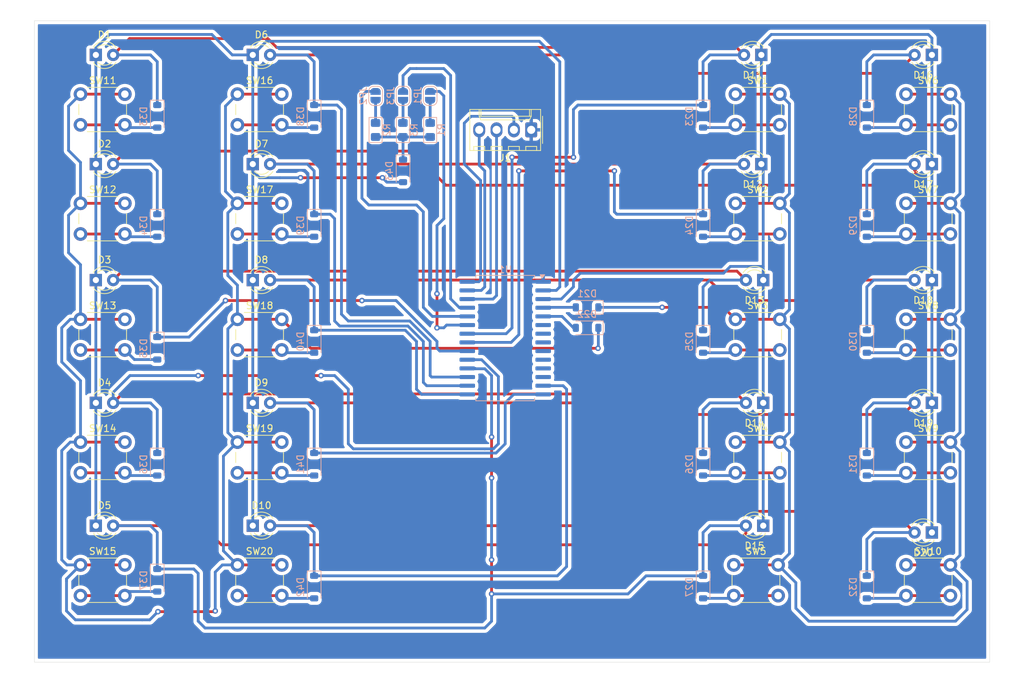
<source format=kicad_pcb>
(kicad_pcb (version 20240108) (generator "pcbnew") (generator_version "8.0")
  (layers (0 "F.Cu" signal) (31 "B.Cu" signal) (34 "B.Paste" user) (35 "F.Paste" user) (36 "B.SilkS" user "B.Silkscreen") (37 "F.SilkS" user "F.Silkscreen") (38 "B.Mask" user) (39 "F.Mask" user) (44 "Edge.Cuts" user))
  (net 0 "")
  (net 1 "/R3")
  (net 2 "/C0")
  (net 3 "/R4")
  (net 4 "/R5")
  (net 5 "/R6")
  (net 6 "/R7")
  (net 7 "/R8")
  (net 8 "/R9")
  (net 9 "/R10")
  (net 10 "/R11")
  (net 11 "/R12")
  (net 12 "/C1")
  (net 13 "Net-(D21-K)")
  (net 14 "/C2")
  (net 15 "/C3")
  (net 16 "Net-(D22-K)")
  (net 17 "Net-(D23-A)")
  (net 18 "Net-(D24-A)")
  (net 19 "Net-(D25-A)")
  (net 20 "Net-(D26-A)")
  (net 21 "Net-(D27-A)")
  (net 22 "Net-(D28-A)")
  (net 23 "Net-(D29-A)")
  (net 24 "Net-(D30-A)")
  (net 25 "Net-(D31-A)")
  (net 26 "Net-(D32-A)")
  (net 27 "Net-(D33-A)")
  (net 28 "Net-(D34-A)")
  (net 29 "Net-(D35-A)")
  (net 30 "Net-(D36-A)")
  (net 31 "Net-(D37-A)")
  (net 32 "Net-(D38-A)")
  (net 33 "Net-(D39-A)")
  (net 34 "Net-(D40-A)")
  (net 35 "Net-(D41-A)")
  (net 36 "Net-(D42-A)")
  (net 37 "Net-(D43-K)")
  (net 38 "VCC")
  (net 39 "/SCL")
  (net 40 "/SDA")
  (net 41 "GND")
  (net 42 "Net-(JP1-B)")
  (net 43 "/R2")
  (net 44 "/R1")
  (net 45 "Net-(JP2-B)")
  (net 46 "/R0")
  (net 47 "Net-(JP3-B)")
  (footprint "Button_Switch_THT:SW_PUSH_6mm_H5mm" (layer "F.Cu") (at 60.75 45.75)
    (property "Reference" "SW11")
    (property "Value" "SW_Push")
  )
  (footprint "LED_THT:LED_D3.0mm" (layer "F.Cu") (at 160.815 109 180)
    (property "Reference" "D15")
    (property "Value" "3mm")
  )
  (footprint "Button_Switch_THT:SW_PUSH_6mm_H5mm" (layer "F.Cu") (at 181.75 45.75)
    (property "Reference" "SW6")
    (property "Value" "SW_Push")
  )
  (footprint "LED_THT:LED_D3.0mm" (layer "F.Cu") (at 185.54 56 180)
    (property "Reference" "D17")
    (property "Value" "3mm")
  )
  (footprint "Button_Switch_THT:SW_PUSH_6mm_H5mm" (layer "F.Cu") (at 83.75 78.75)
    (property "Reference" "SW18")
    (property "Value" "SW_Push")
  )
  (footprint "Button_Switch_THT:SW_PUSH_6mm_H5mm" (layer "F.Cu") (at 83.75 96.75)
    (property "Reference" "SW19")
    (property "Value" "SW_Push")
  )
  (footprint "Button_Switch_THT:SW_PUSH_6mm_H5mm" (layer "F.Cu") (at 181.75 96.75)
    (property "Reference" "SW9")
    (property "Value" "SW_Push")
  )
  (footprint "LED_THT:LED_D3.0mm" (layer "F.Cu") (at 63 56)
    (property "Reference" "D2")
    (property "Value" "3mm")
  )
  (footprint "Button_Switch_THT:SW_PUSH_6mm_H5mm" (layer "F.Cu") (at 156.75 96.75)
    (property "Reference" "SW4")
    (property "Value" "SW_Push")
  )
  (footprint "LED_THT:LED_D3.0mm" (layer "F.Cu") (at 160.54 40 180)
    (property "Reference" "D11")
    (property "Value" "3mm")
  )
  (footprint "LED_THT:LED_D3.0mm" (layer "F.Cu") (at 160.54 56 180)
    (property "Reference" "D12")
    (property "Value" "3mm")
  )
  (footprint "LED_THT:LED_D3.0mm" (layer "F.Cu") (at 185.54 110 180)
    (property "Reference" "D20")
    (property "Value" "3mm")
  )
  (footprint "LED_THT:LED_D3.0mm" (layer "F.Cu") (at 86 109)
    (property "Reference" "D10")
    (property "Value" "3mm")
  )
  (footprint "Button_Switch_THT:SW_PUSH_6mm_H5mm" (layer "F.Cu") (at 181.75 61.75)
    (property "Reference" "SW7")
    (property "Value" "SW_Push")
  )
  (footprint "Button_Switch_THT:SW_PUSH_6mm_H5mm" (layer "F.Cu") (at 83.75 45.75)
    (property "Reference" "SW16")
    (property "Value" "SW_Push")
  )
  (footprint "LED_THT:LED_D3.0mm" (layer "F.Cu") (at 185.54 91 180)
    (property "Reference" "D19")
    (property "Value" "3mm")
  )
  (footprint "LED_THT:LED_D3.0mm" (layer "F.Cu") (at 63 73)
    (property "Reference" "D3")
    (property "Value" "3mm")
  )
  (footprint "LED_THT:LED_D3.0mm" (layer "F.Cu") (at 160.815 91 180)
    (property "Reference" "D14")
    (property "Value" "3mm")
  )
  (footprint "Button_Switch_THT:SW_PUSH_6mm_H5mm" (layer "F.Cu") (at 156.75 45.75)
    (property "Reference" "SW1")
    (property "Value" "SW_Push")
  )
  (footprint "LED_THT:LED_D3.0mm" (layer "F.Cu") (at 185.54 73 180)
    (property "Reference" "D18")
    (property "Value" "3mm")
  )
  (footprint "LED_THT:LED_D3.0mm" (layer "F.Cu") (at 63 109)
    (property "Reference" "D5")
    (property "Value" "3mm")
  )
  (footprint "LED_THT:LED_D3.0mm" (layer "F.Cu") (at 185.54 40 180)
    (property "Reference" "D16")
    (property "Value" "3mm")
  )
  (footprint "Button_Switch_THT:SW_PUSH_6mm_H5mm" (layer "F.Cu") (at 156.5 114.75)
    (property "Reference" "SW5")
    (property "Value" "SW_Push")
  )
  (footprint "Button_Switch_THT:SW_PUSH_6mm_H5mm" (layer "F.Cu") (at 181.75 114.75)
    (property "Reference" "SW10")
    (property "Value" "SW_Push")
  )
  (footprint "Button_Switch_THT:SW_PUSH_6mm_H5mm" (layer "F.Cu") (at 156.75 78.75)
    (property "Reference" "SW3")
    (property "Value" "SW_Push")
  )
  (footprint "LED_THT:LED_D3.0mm" (layer "F.Cu") (at 86 56)
    (property "Reference" "D7")
    (property "Value" "3mm")
  )
  (footprint "Button_Switch_THT:SW_PUSH_6mm_H5mm" (layer "F.Cu") (at 83.75 61.75)
    (property "Reference" "SW17")
    (property "Value" "SW_Push")
  )
  (footprint "LED_THT:LED_D3.0mm" (layer "F.Cu") (at 86 73)
    (property "Reference" "D8")
    (property "Value" "3mm")
  )
  (footprint "LED_THT:LED_D3.0mm" (layer "F.Cu") (at 86 40)
    (property "Reference" "D6")
    (property "Value" "3mm")
  )
  (footprint "LED_THT:LED_D3.0mm" (layer "F.Cu") (at 63 40)
    (property "Reference" "D1")
    (property "Value" "3mm")
  )
  (footprint "LED_THT:LED_D3.0mm" (layer "F.Cu") (at 63 91)
    (property "Reference" "D4")
    (property "Value" "3mm")
  )
  (footprint "Button_Switch_THT:SW_PUSH_6mm_H5mm" (layer "F.Cu") (at 156.75 61.75)
    (property "Reference" "SW2")
    (property "Value" "SW_Push")
  )
  (footprint "Button_Switch_THT:SW_PUSH_6mm_H5mm" (layer "F.Cu") (at 181.75 78.75)
    (property "Reference" "SW8")
    (property "Value" "SW_Push")
  )
  (footprint "LED_THT:LED_D3.0mm" (layer "F.Cu") (at 86 91)
    (property "Reference" "D9")
    (property "Value" "3mm")
  )
  (footprint "Button_Switch_THT:SW_PUSH_6mm_H5mm" (layer "F.Cu") (at 60.75 114.75)
    (property "Reference" "SW15")
    (property "Value" "SW_Push")
  )
  (footprint "Button_Switch_THT:SW_PUSH_6mm_H5mm" (layer "F.Cu") (at 60.75 96.75)
    (property "Reference" "SW14")
    (property "Value" "SW_Push")
  )
  (footprint "Connector_Molex:Molex_KK-254_AE-6410-04A_1x04_P2.54mm_Vertical" (layer "F.Cu") (at 126.81 50.98 180)
    (property "Reference" "J1")
    (property "Value" "Conn_01x04")
  )
  (footprint "Button_Switch_THT:SW_PUSH_6mm_H5mm" (layer "F.Cu") (at 60.75 78.75)
    (property "Reference" "SW13")
    (property "Value" "SW_Push")
  )
  (footprint "LED_THT:LED_D3.0mm" (layer "F.Cu") (at 160.815 73 180)
    (property "Reference" "D13")
    (property "Value" "3mm")
  )
  (footprint "Button_Switch_THT:SW_PUSH_6mm_H5mm" (layer "F.Cu") (at 83.75 114.75)
    (property "Reference" "SW20")
    (property "Value" "SW_Push")
  )
  (footprint "Button_Switch_THT:SW_PUSH_6mm_H5mm" (layer "F.Cu") (at 60.75 61.75)
    (property "Reference" "SW12")
    (property "Value" "SW_Push")
  )
  (footprint "Diode_SMD:D_SOD-123" (layer "B.Cu") (at 95 100 -90)
    (property "Reference" "D41")
    (property "Value" "1N4148")
  )
  (footprint "Diode_SMD:D_SOD-123" (layer "B.Cu") (at 72 100 -90)
    (property "Reference" "D36")
    (property "Value" "1N4148")
  )
  (footprint "Diode_SMD:D_SOD-123" (layer "B.Cu") (at 72 83 -90)
    (property "Reference" "D35")
    (property "Value" "1N4148")
  )
  (footprint "Diode_SMD:D_SOD-123" (layer "B.Cu") (at 176 118 -90)
    (property "Reference" "D32")
    (property "Value" "1N4148")
  )
  (footprint "Diode_SMD:D_SOD-123" (layer "B.Cu") (at 176 82 -90)
    (property "Reference" "D30")
    (property "Value" "1N4148")
  )
  (footprint "Package_SO:SOP-28_8.4x18.16mm_P1.27mm" (layer "B.Cu") (at 123 81.5 180)
    (property "Reference" "U1")
    (property "Value" "HT16K33 28SOP")
  )
  (footprint "Diode_SMD:D_SOD-123" (layer "B.Cu") (at 95 118 -90)
    (property "Reference" "D42")
    (property "Value" "1N4148")
  )
  (footprint "PCM_Resistor_SMD_AKL:R_0805_2012Metric_Pad1.15x1.40mm_HandSolder" (layer "B.Cu") (at 108 51 90)
    (property "Reference" "R3")
    (property "Value" "47K")
  )
  (footprint "Diode_SMD:D_SOD-123" (layer "B.Cu") (at 176 49 -90)
    (property "Reference" "D28")
    (property "Value" "1N4148")
  )
  (footprint "Diode_SMD:D_SOD-123" (layer "B.Cu") (at 152 100 -90)
    (property "Reference" "D26")
    (property "Value" "1N4148")
  )
  (footprint "Jumper:SolderJumper-2_P1.3mm_Open_RoundedPad1.0x1.5mm" (layer "B.Cu") (at 108.025 46 -90)
    (property "Reference" "JP3")
    (property "Value" "Jumper")
  )
  (footprint "Diode_SMD:D_SOD-123" (layer "B.Cu") (at 72 65 -90)
    (property "Reference" "D34")
    (property "Value" "1N4148")
  )
  (footprint "Diode_SMD:D_SOD-123" (layer "B.Cu") (at 95 49 -90)
    (property "Reference" "D38")
    (property "Value" "1N4148")
  )
  (footprint "Diode_SMD:D_SOD-123" (layer "B.Cu") (at 176 100 -90)
    (property "Reference" "D31")
    (property "Value" "1N4148")
  )
  (footprint "PCM_Resistor_SMD_AKL:R_0805_2012Metric_Pad1.15x1.40mm_HandSolder" (layer "B.Cu") (at 112 51 90)
    (property "Reference" "R1")
    (property "Value" "47K")
  )
  (footprint "Diode_SMD:D_SOD-123" (layer "B.Cu") (at 95 65 -90)
    (property "Reference" "D39")
    (property "Value" "1N4148")
  )
  (footprint "Diode_SMD:D_SOD-123" (layer "B.Cu") (at 95 82 -90)
    (property "Reference" "D40")
    (property "Value" "1N4148")
  )
  (footprint "Jumper:SolderJumper-2_P1.3mm_Open_RoundedPad1.0x1.5mm" (layer "B.Cu") (at 112 46 -90)
    (property "Reference" "JP1")
    (property "Value" "Jumper")
  )
  (footprint "Diode_SMD:D_SOD-123" (layer "B.Cu") (at 72 49 -90)
    (property "Reference" "D33")
    (property "Value" "1N4148")
  )
  (footprint "Diode_SMD:D_SOD-123" (layer "B.Cu") (at 152 118 -90)
    (property "Reference" "D27")
    (property "Value" "1N4148")
  )
  (footprint "Diode_SMD:D_SOD-123" (layer "B.Cu") (at 108.025 57 -90)
    (property "Reference" "D43")
    (property "Value" "1N4148")
  )
  (footprint "PCM_Resistor_SMD_AKL:R_0805_2012Metric_Pad1.15x1.40mm_HandSolder" (layer "B.Cu") (at 104 51 90)
    (property "Reference" "R2")
    (property "Value" "47K")
  )
  (footprint "Diode_SMD:D_SOD-123" (layer "B.Cu") (at 72 117 -90)
    (property "Reference" "D37")
    (property "Value" "1N4148")
  )
  (footprint "Diode_SMD:D_SOD-123" (layer "B.Cu") (at 152 82 -90)
    (property "Reference" "D25")
    (property "Value" "1N4148")
  )
  (footprint "Diode_SMD:D_SOD-123" (layer "B.Cu") (at 152 65 -90)
    (property "Reference" "D24")
    (property "Value" "1N4148")
  )
  (footprint "Diode_SMD:D_SOD-123" (layer "B.Cu") (at 135 80 180)
    (property "Reference" "D22")
    (property "Value" "1N4148")
  )
  (footprint "Diode_SMD:D_SOD-123" (layer "B.Cu") (at 176 65 -90)
    (property "Reference" "D29")
    (property "Value" "1N4148")
  )
  (footprint "Diode_SMD:D_SOD-123" (layer "B.Cu") (at 152 49 -90)
    (property "Reference" "D23")
    (property "Value" "1N4148")
  )
  (footprint "Jumper:SolderJumper-2_P1.3mm_Open_RoundedPad1.0x1.5mm" (layer "B.Cu") (at 104 46 -90)
    (property "Reference" "JP2")
    (property "Value" "Jumper")
  )
  (footprint "Diode_SMD:D_SOD-123" (layer "B.Cu") (at 135 77 180)
    (property "Reference" "D21")
    (property "Value" "1N4148")
  )
  (gr_line (start 194 35) (end 194 129) (stroke (width 0.05)) (layer "Edge.Cuts"))
  (gr_line (start 194 129) (end 54 129) (stroke (width 0.05)) (layer "Edge.Cuts"))
  (gr_line (start 54 129) (end 54 35) (stroke (width 0.05)) (layer "Edge.Cuts"))
  (gr_line (start 54 35) (end 194 35) (stroke (width 0.05)) (layer "Edge.Cuts"))
  (segment (start 156.9 38.9) (end 89.5 38.9) (width 0.4064) (layer "F.Cu") (net 1))
  (segment (start 89.5 38.9) (end 88.2 37.6) (width 0.4064) (layer "F.Cu") (net 1))
  (segment (start 158 40) (end 156.9 38.9) (width 0.4064) (layer "F.Cu") (net 1))
  (segment (start 124 55) (end 133 55) (width 0.4064) (layer "F.Cu") (net 1))
  (segment (start 67.94 37.6) (end 65.54 40) (width 0.4064) (layer "F.Cu") (net 1))
  (segment (start 88.2 37.6) (end 67.94 37.6) (width 0.4064) (layer "F.Cu") (net 1))
  (via (at 133 55) (size 0.8) (drill 0.4) (layers "F.Cu" "B.Cu") (net 1))
  (via (at 124 55) (size 0.8) (drill 0.4) (layers "F.Cu" "B.Cu") (net 1))
  (segment (start 71 40) (end 65.54 40) (width 0.4064) (layer "B.Cu") (net 1))
  (segment (start 152 47.35) (end 133.65 47.35) (width 0.4064) (layer "B.Cu") (net 1))
  (segment (start 153 40) (end 158 40) (width 0.4064) (layer "B.Cu") (net 1))
  (segment (start 117.4375 80.865) (end 123.135 80.865) (width 0.4064) (layer "B.Cu") (net 1))
  (segment (start 124 80) (end 124 55) (width 0.4064) (layer "B.Cu") (net 1))
  (segment (start 133 48) (end 133 55) (width 0.4064) (layer "B.Cu") (net 1))
  (segment (start 152 47.35) (end 152 41) (width 0.4064) (layer "B.Cu") (net 1))
  (segment (start 152 41) (end 153 40) (width 0.4064) (layer "B.Cu") (net 1))
  (segment (start 133.65 47.35) (end 133 48) (width 0.4064) (layer "B.Cu") (net 1))
  (segment (start 72 47.35) (end 72 41) (width 0.4064) (layer "B.Cu") (net 1))
  (segment (start 123.135 80.865) (end 124 80) (width 0.4064) (layer "B.Cu") (net 1))
  (segment (start 72 41) (end 71 40) (width 0.4064) (layer "B.Cu") (net 1))
  (segment (start 93 58) (end 105 58) (width 0.4064) (layer "F.Cu") (net 2))
  (via (at 93 58) (size 0.8) (drill 0.4) (layers "F.Cu" "B.Cu") (net 2))
  (via (at 105 58) (size 0.8) (drill 0.4) (layers "F.Cu" "B.Cu") (net 2))
  (segment (start 63 56) (end 63 40) (width 0.4064) (layer "B.Cu") (net 2))
  (segment (start 108.025 58.65) (end 105.65 58.65) (width 0.4064) (layer "B.Cu") (net 2))
  (segment (start 86 73) (end 86 91) (width 0.4064) (layer "B.Cu") (net 2))
  (segment (start 105.65 58.65) (end 105 58) (width 0.4064) (layer "B.Cu") (net 2))
  (segment (start 63 40) (end 63 39) (width 0.4064) (layer "B.Cu") (net 2))
  (segment (start 88 38) (end 86 40) (width 0.4064) (layer "B.Cu") (net 2))
  (segment (start 83 40) (end 86 40) (width 0.4064) (layer "B.Cu") (net 2))
  (segment (start 63 39) (end 65 37) (width 0.4064) (layer "B.Cu") (net 2))
  (segment (start 131 74) (end 131 41) (width 0.4064) (layer "B.Cu") (net 2))
  (segment (start 86 40) (end 86 56) (width 0.4064) (layer "B.Cu") (net 2))
  (segment (start 86 73) (end 86 56) (width 0.4064) (layer "B.Cu") (net 2))
  (segment (start 131 41) (end 128 38) (width 0.4064) (layer "B.Cu") (net 2))
  (segment (start 90 58) (end 87 58) (width 0.4064) (layer "B.Cu") (net 2))
  (segment (start 87 58) (end 86 57) (width 0.4064) (layer "B.Cu") (net 2))
  (segment (start 130.485 74.515) (end 131 74) (width 0.4064) (layer "B.Cu") (net 2))
  (segment (start 86 57) (end 86 56) (width 0.4064) (layer "B.Cu") (net 2))
  (segment (start 80 37) (end 83 40) (width 0.4064) (layer "B.Cu") (net 2))
  (segment (start 86 91) (end 86 109) (width 0.4064) (layer "B.Cu") (net 2))
  (segment (start 128.5625 74.515) (end 130.485 74.515) (width 0.4064) (layer "B.Cu") (net 2))
  (segment (start 90 58) (end 93 58) (width 0.4064) (layer "B.Cu") (net 2))
  (segment (start 65 37) (end 80 37) (width 0.4064) (layer "B.Cu") (net 2))
  (segment (start 63 91) (end 63 73) (width 0.4064) (layer "B.Cu") (net 2))
  (segment (start 63 109) (end 63 91) (width 0.4064) (layer "B.Cu") (net 2))
  (segment (start 63 73) (end 63 56) (width 0.4064) (layer "B.Cu") (net 2))
  (segment (start 128 38) (end 88 38) (width 0.4064) (layer "B.Cu") (net 2))
  (segment (start 125 57) (end 139 57) (width 0.4064) (layer "F.Cu") (net 3))
  (segment (start 67.44 54.1) (end 65.54 56) (width 0.4064) (layer "F.Cu") (net 3))
  (segment (start 112.062104 56) (end 110.162104 54.1) (width 0.4064) (layer "F.Cu") (net 3))
  (segment (start 158 56) (end 112.062104 56) (width 0.4064) (layer "F.Cu") (net 3))
  (segment (start 110.162104 54.1) (end 67.44 54.1) (width 0.4064) (layer "F.Cu") (net 3))
  (via (at 139 57) (size 0.8) (drill 0.4) (layers "F.Cu" "B.Cu") (net 3))
  (via (at 125 57) (size 0.8) (drill 0.4) (layers "F.Cu" "B.Cu") (net 3))
  (segment (start 71 56) (end 65.54 56) (width 0.4064) (layer "B.Cu") (net 3))
  (segment (start 72 63.35) (end 72 57) (width 0.4064) (layer "B.Cu") (net 3))
  (segment (start 152 63.35) (end 152 57) (width 0.4064) (layer "B.Cu") (net 3))
  (segment (start 117.4375 82.135) (end 123.865 82.135) (width 0.4064) (layer "B.Cu") (net 3))
  (segment (start 123.865 82.135) (end 125 81) (width 0.4064) (layer "B.Cu") (net 3))
  (segment (start 152 57) (end 153 56) (width 0.4064) (layer "B.Cu") (net 3))
  (segment (start 72 57) (end 71 56) (width 0.4064) (layer "B.Cu") (net 3))
  (segment (start 139.35 63.35) (end 152 63.35) (width 0.4064) (layer "B.Cu") (net 3))
  (segment (start 153 56) (end 158 56) (width 0.4064) (layer "B.Cu") (net 3))
  (segment (start 139 63) (end 139.35 63.35) (width 0.4064) (layer "B.Cu") (net 3))
  (segment (start 125 81) (end 125 57) (width 0.4064) (layer "B.Cu") (net 3))
  (segment (start 139 57) (end 139 63) (width 0.4064) (layer "B.Cu") (net 3))
  (segment (start 156.9686 71.6936) (end 66.8464 71.6936) (width 0.4064) (layer "F.Cu") (net 4))
  (segment (start 102 76) (end 82 76) (width 0.4064) (layer "F.Cu") (net 4))
  (segment (start 66.8464 71.6936) (end 65.54 73) (width 0.4064) (layer "F.Cu") (net 4))
  (segment (start 158.275 73) (end 156.9686 71.6936) (width 0.4064) (layer "F.Cu") (net 4))
  (via (at 102 76) (size 0.8) (drill 0.4) (layers "F.Cu" "B.Cu") (net 4))
  (via (at 82 76) (size 0.8) (drill 0.4) (layers "F.Cu" "B.Cu") (net 4))
  (segment (start 107 76) (end 102 76) (width 0.4064) (layer "B.Cu") (net 4))
  (segment (start 72 81.35) (end 76.65 81.35) (width 0.4064) (layer "B.Cu") (net 4))
  (segment (start 153 73) (end 158.275 73) (width 0.4064) (layer "B.Cu") (net 4))
  (segment (start 117.4375 83.405) (end 113.405 83.405) (width 0.4064) (layer "B.Cu") (net 4))
  (segment (start 71 73) (end 65.54 73) (width 0.4064) (layer "B.Cu") (net 4))
  (segment (start 110 79) (end 107 76) (width 0.4064) (layer "B.Cu") (net 4))
  (segment (start 113.405 83.405) (end 113 83) (width 0.4064) (layer "B.Cu") (net 4))
  (segment (start 72 74) (end 71 73) (width 0.4064) (layer "B.Cu") (net 4))
  (segment (start 152 80.35) (end 152 74) (width 0.4064) (layer "B.Cu") (net 4))
  (segment (start 152 74) (end 153 73) (width 0.4064) (layer "B.Cu") (net 4))
  (segment (start 76.65 81.35) (end 82 76) (width 0.4064) (layer "B.Cu") (net 4))
  (segment (start 113 82) (end 110 79) (width 0.4064) (layer "B.Cu") (net 4))
  (segment (start 72 81.35) (end 72 74) (width 0.4064) (layer "B.Cu") (net 4))
  (segment (start 113 83) (end 113 82) (width 0.4064) (layer "B.Cu") (net 4))
  (segment (start 96 87) (end 78 87) (width 0.4064) (layer "F.Cu") (net 5))
  (segment (start 158.275 91) (end 156.9686 89.6936) (width 0.4064) (layer "F.Cu") (net 5))
  (segment (start 66.8464 89.6936) (end 65.54 91) (width 0.4064) (layer "F.Cu") (net 5))
  (segment (start 156.9686 89.6936) (end 66.8464 89.6936) (width 0.4064) (layer "F.Cu") (net 5))
  (via (at 96 87) (size 0.8) (drill 0.4) (layers "F.Cu" "B.Cu") (net 5))
  (via (at 78 87) (size 0.8) (drill 0.4) (layers "F.Cu" "B.Cu") (net 5))
  (segment (start 78 87) (end 68 87) (width 0.4064) (layer "B.Cu") (net 5))
  (segment (start 68 87) (end 65.54 89.46) (width 0.4064) (layer "B.Cu") (net 5))
  (segment (start 120 97.7404) (end 100.7404 97.7404) (width 0.4064) (layer "B.Cu") (net 5))
  (segment (start 152 92) (end 153 91) (width 0.4064) (layer "B.Cu") (net 5))
  (segment (start 72 98.35) (end 72 92) (width 0.4064) (layer "B.Cu") (net 5))
  (segment (start 152 98.35) (end 152 92) (width 0.4064) (layer "B.Cu") (net 5))
  (segment (start 100 89) (end 98 87) (width 0.4064) (layer "B.Cu") (net 5))
  (segment (start 98 87) (end 96 87) (width 0.4064) (layer "B.Cu") (net 5))
  (segment (start 71 91) (end 65.54 91) (width 0.4064) (layer "B.Cu") (net 5))
  (segment (start 121.2596 97.7404) (end 120 97.7404) (width 0.4064) (layer "B.Cu") (net 5))
  (segment (start 65.54 89.46) (end 65.54 91) (width 0.4064) (layer "B.Cu") (net 5))
  (segment (start 72 92) (end 71 91) (width 0.4064) (layer "B.Cu") (net 5))
  (segment (start 122 97) (end 121.2596 97.7404) (width 0.4064) (layer "B.Cu") (net 5))
  (segment (start 122 87.137895) (end 122 97) (width 0.4064) (layer "B.Cu") (net 5))
  (segment (start 153 91) (end 158.275 91) (width 0.4064) (layer "B.Cu") (net 5))
  (segment (start 100 97) (end 100 89) (width 0.4064) (layer "B.Cu") (net 5))
  (segment (start 119.537105 84.675) (end 122 87.137895) (width 0.4064) (layer "B.Cu") (net 5))
  (segment (start 100.7404 97.7404) (end 100 97) (width 0.4064) (layer "B.Cu") (net 5))
  (segment (start 117.4375 84.675) (end 119.537105 84.675) (width 0.4064) (layer "B.Cu") (net 5))
  (segment (start 78.6 109) (end 81.4 111.8) (width 0.4064) (layer "F.Cu") (net 6))
  (segment (start 157.9 110.8) (end 157.9 110.5) (width 0.4064) (layer "F.Cu") (net 6))
  (segment (start 157.9 110.5) (end 158.275 110.125) (width 0.4064) (layer "F.Cu") (net 6))
  (segment (start 81.4 111.8) (end 156.9 111.8) (width 0.4064) (layer "F.Cu") (net 6))
  (segment (start 156.9 111.8) (end 157.9 110.8) (width 0.4064) (layer "F.Cu") (net 6))
  (segment (start 65.54 109) (end 78.6 109) (width 0.4064) (layer "F.Cu") (net 6))
  (segment (start 121 114) (end 121 119) (width 0.4064) (layer "F.Cu") (net 6))
  (segment (start 121 96) (end 121 102) (width 0.4064) (layer "F.Cu") (net 6))
  (segment (start 158.275 110.125) (end 158.275 109) (width 0.4064) (layer "F.Cu") (net 6))
  (via (at 121 114) (size 0.8) (drill 0.4) (layers "F.Cu" "B.Cu") (net 6))
  (via (at 121 119) (size 0.8) (drill 0.4) (layers "F.Cu" "B.Cu") (net 6))
  (via (at 121 102) (size 0.8) (drill 0.4) (layers "F.Cu" "B.Cu") (net 6))
  (via (at 121 96) (size 0.8) (drill 0.4) (layers "F.Cu" "B.Cu") (net 6))
  (segment (start 78 123) (end 79 124) (width 0.4064) (layer "B.Cu") (net 6))
  (segment (start 121 87) (end 121 96) (width 0.4064) (layer "B.Cu") (net 6))
  (segment (start 72 115.35) (end 77.35 115.35) (width 0.4064) (layer "B.Cu") (net 6))
  (segment (start 79 124) (end 120 124) (width 0.4064) (layer "B.Cu") (net 6))
  (segment (start 117.4375 85.945) (end 118.574999 85.945) (width 0.4064) (layer "B.Cu") (net 6))
  (segment (start 120 124) (end 121 123) (width 0.4064) (layer "B.Cu") (net 6))
  (segment (start 143.65 116.35) (end 141 119) (width 0.4064) (layer "B.Cu") (net 6))
  (segment (start 153 109) (end 158.275 109) (width 0.4064) (layer "B.Cu") (net 6))
  (segment (start 118.574999 85.945) (end 118.629999 86) (width 0.4064) (layer "B.Cu") (net 6))
  (segment (start 141 119) (end 121 119) (width 0.4064) (layer "B.Cu") (net 6))
  (segment (start 77.35 115.35) (end 78 116) (width 0.4064) (layer "B.Cu") (net 6))
  (segment (start 121 102) (end 121 114) (width 0.4064) (layer "B.Cu") (net 6))
  (segment (start 121 123) (end 121 119) (width 0.4064) (layer "B.Cu") (net 6))
  (segment (start 152 116.35) (end 152 110) (width 0.4064) (layer "B.Cu") (net 6))
  (segment (start 78 116) (end 78 123) (width 0.4064) (layer "B.Cu") (net 6))
  (segment (start 118.629999 86) (end 120 86) (width 0.4064) (layer "B.Cu") (net 6))
  (segment (start 152 110) (end 153 109) (width 0.4064) (layer "B.Cu") (net 6))
  (segment (start 120 86) (end 121 87) (width 0.4064) (layer "B.Cu") (net 6))
  (segment (start 72 110) (end 71 109) (width 0.4064) (layer "B.Cu") (net 6))
  (segment (start 72 115.35) (end 72 110) (width 0.4064) (layer "B.Cu") (net 6))
  (segment (start 152 116.35) (end 143.65 116.35) (width 0.4064) (layer "B.Cu") (net 6))
  (segment (start 71 109) (end 65.54 109) (width 0.4064) (layer "B.Cu") (net 6))
  (segment (start 149.3 42.7) (end 180.3 42.7) (width 0.4064) (layer "F.Cu") (net 7))
  (segment (start 146.6 40) (end 149.3 42.7) (width 0.4064) (layer "F.Cu") (net 7))
  (segment (start 88.54 40) (end 146.6 40) (width 0.4064) (layer "F.Cu") (net 7))
  (segment (start 180.3 42.7) (end 183 40) (width 0.4064) (layer "F.Cu") (net 7))
  (segment (start 112.215 87.215) (end 112 87) (width 0.4064) (layer "B.Cu") (net 7))
  (segment (start 109 79) (end 100 79) (width 0.4064) (layer "B.Cu") (net 7))
  (segment (start 176 41) (end 177 40) (width 0.4064) (layer "B.Cu") (net 7))
  (segment (start 99 78) (end 99 48) (width 0.4064) (layer "B.Cu") (net 7))
  (segment (start 176 47.35) (end 176 41) (width 0.4064) (layer "B.Cu") (net 7))
  (segment (start 95 41) (end 94 40) (width 0.4064) (layer "B.Cu") (net 7))
  (segment (start 112 87) (end 112 82) (width 0.4064) (layer "B.Cu") (net 7))
  (segment (start 98.35 47.35) (end 99 48) (width 0.4064) (layer "B.Cu") (net 7))
  (segment (start 112 82) (end 109 79) (width 0.4064) (layer "B.Cu") (net 7))
  (segment (start 94 40) (end 88.54 40) (width 0.4064) (layer "B.Cu") (net 7))
  (segment (start 100 79) (end 99 78) (width 0.4064) (layer "B.Cu") (net 7))
  (segment (start 95 47.35) (end 98.35 47.35) (width 0.4064) (layer "B.Cu") (net 7))
  (segment (start 95 47.35) (end 95 41) (width 0.4064) (layer "B.Cu") (net 7))
  (segment (start 177 40) (end 183 40) (width 0.4064) (layer "B.Cu") (net 7))
  (segment (start 117.4375 87.215) (end 112.215 87.215) (width 0.4064) (layer "B.Cu") (net 7))
  (segment (start 111.2 56) (end 114.3 59.1) (width 0.4064) (layer "F.Cu") (net 8))
  (segment (start 183.3 57.2) (end 183 56.9) (width 0.4064) (layer "F.Cu") (net 8))
  (segment (start 181.4 59.1) (end 183.3 57.2) (width 0.4064) (layer "F.Cu") (net 8))
  (segment (start 114.3 59.1) (end 181.4 59.1) (width 0.4064) (layer "F.Cu") (net 8))
  (segment (start 183 56.9) (end 183 56) (width 0.4064) (layer "F.Cu") (net 8))
  (segment (start 88.54 56) (end 111.2 56) (width 0.4064) (layer "F.Cu") (net 8))
  (segment (start 111 82) (end 108.7404 79.7404) (width 0.4064) (layer "B.Cu") (net 8))
  (segment (start 117.4375 88.485) (end 111.485 88.485) (width 0.4064) (layer "B.Cu") (net 8))
  (segment (start 95 57) (end 94 56) (width 0.4064) (layer "B.Cu") (net 8))
  (segment (start 95 63.35) (end 97.35 63.35) (width 0.4064) (layer "B.Cu") (net 8))
  (segment (start 176 63.35) (end 176 57) (width 0.4064) (layer "B.Cu") (net 8))
  (segment (start 177 56) (end 183 56) (width 0.4064) (layer "B.Cu") (net 8))
  (segment (start 98 79) (end 98 64) (width 0.4064) (layer "B.Cu") (net 8))
  (segment (start 98.7404 79.7404) (end 98 79) (width 0.4064) (layer "B.Cu") (net 8))
  (segment (start 94 56) (end 88.54 56) (width 0.4064) (layer "B.Cu") (net 8))
  (segment (start 95 63.35) (end 95 57) (width 0.4064) (layer "B.Cu") (net 8))
  (segment (start 108.7404 79.7404) (end 98.7404 79.7404) (width 0.4064) (layer "B.Cu") (net 8))
  (segment (start 176 57) (end 177 56) (width 0.4064) (layer "B.Cu") (net 8))
  (segment (start 97.35 63.35) (end 98 64) (width 0.4064) (layer "B.Cu") (net 8))
  (segment (start 111 88) (end 111 82) (width 0.4064) (layer "B.Cu") (net 8))
  (segment (start 111.485 88.485) (end 111 88) (width 0.4064) (layer "B.Cu") (net 8))
  (segment (start 171.3 73) (end 183 73) (width 0.4064) (layer "F.Cu") (net 9))
  (segment (start 88.54 73) (end 152.9 73) (width 0.4064) (layer "F.Cu") (net 9))
  (segment (start 152.9 73) (end 155.9 76) (width 0.4064) (layer "F.Cu") (net 9))
  (segment (start 155.9 76) (end 168.3 76) (width 0.4064) (layer "F.Cu") (net 9))
  (segment (start 168.3 76) (end 171.3 73) (width 0.4064) (layer "F.Cu") (net 9))
  (segment (start 108.35 80.35) (end 110 82) (width 0.4064) (layer "B.Cu") (net 9))
  (segment (start 95 74) (end 94 73) (width 0.4064) (layer "B.Cu") (net 9))
  (segment (start 177 73) (end 183 73) (width 0.4064) (layer "B.Cu") (net 9))
  (segment (start 117.4375 89.755) (end 110.755 89.755) (width 0.4064) (layer "B.Cu") (net 9))
  (segment (start 95 80.35) (end 108.35 80.35) (width 0.4064) (layer "B.Cu") (net 9))
  (segment (start 95 80.35) (end 95 74) (width 0.4064) (layer "B.Cu") (net 9))
  (segment (start 176 80.35) (end 176 74) (width 0.4064) (layer "B.Cu") (net 9))
  (segment (start 110.755 89.755) (end 110 89) (width 0.4064) (layer "B.Cu") (net 9))
  (segment (start 110 82) (end 110 89) (width 0.4064) (layer "B.Cu") (net 9))
  (segment (start 176 74) (end 177 73) (width 0.4064) (layer "B.Cu") (net 9))
  (segment (start 94 73) (end 88.54 73) (width 0.4064) (layer "B.Cu") (net 9))
  (segment (start 146.6 92.7) (end 181.3 92.7) (width 0.4064) (layer "F.Cu") (net 10))
  (segment (start 181.3 92.7) (end 183 91) (width 0.4064) (layer "F.Cu") (net 10))
  (segment (start 144.9 91) (end 146.6 92.7) (width 0.4064) (layer "F.Cu") (net 10))
  (segment (start 88.54 91) (end 144.9 91) (width 0.4064) (layer "F.Cu") (net 10))
  (segment (start 95 98.35) (end 95 92) (width 0.4064) (layer "B.Cu") (net 10))
  (segment (start 176 92) (end 177 91) (width 0.4064) (layer "B.Cu") (net 10))
  (segment (start 94 91) (end 88.54 91) (width 0.4064) (layer "B.Cu") (net 10))
  (segment (start 95 92) (end 94 91) (width 0.4064) (layer "B.Cu") (net 10))
  (segment (start 124.245 89.755) (end 123 91) (width 0.4064) (layer "B.Cu") (net 10))
  (segment (start 176 98.35) (end 176 92) (width 0.4064) (layer "B.Cu") (net 10))
  (segment (start 128.5625 89.755) (end 124.245 89.755) (width 0.4064) (layer "B.Cu") (net 10))
  (segment (start 121.65 98.35) (end 95 98.35) (width 0.4064) (layer "B.Cu") (net 10))
  (segment (start 177 91) (end 183 91) (width 0.4064) (layer "B.Cu") (net 10))
  (segment (start 123 91) (end 123 97) (width 0.4064) (layer "B.Cu") (net 10))
  (segment (start 123 97) (end 121.65 98.35) (width 0.4064) (layer "B.Cu") (net 10))
  (segment (start 142.3 106.9) (end 140.2 109) (width 0.4064) (layer "F.Cu") (net 11))
  (segment (start 179.9 106.9) (end 142.3 106.9) (width 0.4064) (layer "F.Cu") (net 11))
  (segment (start 140.2 109) (end 88.54 109) (width 0.4064) (layer "F.Cu") (net 11))
  (segment (start 183 110) (end 179.9 106.9) (width 0.4064) (layer "F.Cu") (net 11))
  (segment (start 95 110) (end 94 109) (width 0.4064) (layer "B.Cu") (net 11))
  (segment (start 95 116.35) (end 130.65 116.35) (width 0.4064) (layer "B.Cu") (net 11))
  (segment (start 128.5625 88.485) (end 131.485 88.485) (width 0.4064) (layer "B.Cu") (net 11))
  (segment (start 176 111) (end 177 110) (width 0.4064) (layer "B.Cu") (net 11))
  (segment (start 94 109) (end 88.54 109) (width 0.4064) (layer "B.Cu") (net 11))
  (segment (start 176 116.35) (end 176 111) (width 0.4064) (layer "B.Cu") (net 11))
  (segment (start 95 116.35) (end 95 110) (width 0.4064) (layer "B.Cu") (net 11))
  (segment (start 132 115) (end 132 89) (width 0.4064) (layer "B.Cu") (net 11))
  (segment (start 177 110) (end 183 110) (width 0.4064) (layer "B.Cu") (net 11))
  (segment (start 130.65 116.35) (end 132 115) (width 0.4064) (layer "B.Cu") (net 11))
  (segment (start 131.485 88.485) (end 132 89) (width 0.4064) (layer "B.Cu") (net 11))
  (segment (start 160.54 56) (end 160.54 40) (width 0.4064) (layer "B.Cu") (net 12))
  (segment (start 133 74) (end 133 73) (width 0.4064) (layer "B.Cu") (net 12))
  (segment (start 160.54 38.46) (end 162 37) (width 0.4064) (layer "B.Cu") (net 12))
  (segment (start 160.815 73) (end 160.815 72) (width 0.4064) (layer "B.Cu") (net 12))
  (segment (start 160.815 71) (end 160.815 56.275) (width 0.4064) (layer "B.Cu") (net 12))
  (segment (start 185.54 40) (end 185.54 56) (width 0.4064) (layer "B.Cu") (net 12))
  (segment (start 128.5625 75.785) (end 131.215 75.785) (width 0.4064) (layer "B.Cu") (net 12))
  (segment (start 160.815 109) (end 160.815 91) (width 0.4064) (layer "B.Cu") (net 12))
  (segment (start 160.815 73) (end 160.815 71.815) (width 0.4064) (layer "B.Cu") (net 12))
  (segment (start 160.815 56.275) (end 160.54 56) (width 0.4064) (layer "B.Cu") (net 12))
  (segment (start 185.54 110) (end 185.54 91) (width 0.4064) (layer "B.Cu") (net 12))
  (segment (start 160.815 91) (end 160.815 73) (width 0.4064) (layer "B.Cu") (net 12))
  (segment (start 185.54 73) (end 185.54 91) (width 0.4064) (layer "B.Cu") (net 12))
  (segment (start 160.54 40) (end 160.54 38.46) (width 0.4064) (layer "B.Cu") (net 12))
  (segment (start 156 71) (end 160.815 71) (width 0.4064) (layer "B.Cu") (net 12))
  (segment (start 160.815 72) (end 160.815 71) (width 0.4064) (layer "B.Cu") (net 12))
  (segment (start 162 37) (end 185 37) (width 0.4064) (layer "B.Cu") (net 12))
  (segment (start 185.54 73) (end 185.54 56) (width 0.4064) (layer "B.Cu") (net 12))
  (segment (start 185.54 37.54) (end 185 37) (width 0.4064) (layer "B.Cu") (net 12))
  (segment (start 131.215 75.785) (end 133 74) (width 0.4064) (layer "B.Cu") (net 12))
  (segment (start 185.54 40) (end 185.54 37.54) (width 0.4064) (layer "B.Cu") (net 12))
  (segment (start 133 73) (end 134 72) (width 0.4064) (layer "B.Cu") (net 12))
  (segment (start 134 72) (end 155 72) (width 0.4064) (layer "B.Cu") (net 12))
  (segment (start 155 72) (end 156 71) (width 0.4064) (layer "B.Cu") (net 12))
  (segment (start 163 114.75) (end 156.5 114.75) (width 0.4064) (layer "F.Cu") (net 13))
  (segment (start 181.75 61.75) (end 188.25 61.75) (width 0.4064) (layer "F.Cu") (net 13))
  (segment (start 188.25 114.75) (end 181.75 114.75) (width 0.4064) (layer "F.Cu") (net 13))
  (segment (start 188.25 45.75) (end 181.75 45.75) (width 0.4064) (layer "F.Cu") (net 13))
  (segment (start 146 77) (end 155 77) (width 0.4064) (layer "F.Cu") (net 13))
  (segment (start 163.25 61.75) (end 156.75 61.75) (width 0.4064) (layer "F.Cu") (net 13))
  (segment (start 188.25 96.75) (end 181.75 96.75) (width 0.4064) (layer "F.Cu") (net 13))
  (segment (start 156.75 45.75) (end 163.25 45.75) (width 0.4064) (layer "F.Cu") (net 13))
  (segment (start 155 77) (end 156.75 78.75) (width 0.4064) (layer "F.Cu") (net 13))
  (segment (start 181.75 78.75) (end 188.25 78.75) (width 0.4064) (layer "F.Cu") (net 13))
  (segment (start 156.75 96.75) (end 163.25 96.75) (width 0.4064) (layer "F.Cu") (net 13))
  (segment (start 156.75 78.75) (end 163.25 78.75) (width 0.4064) (layer "F.Cu") (net 13))
  (via (at 146 77) (size 0.8) (drill 0.4) (layers "F.Cu" "B.Cu") (net 13))
  (segment (start 163.25 96.75) (end 164.6564 98.1564) (width 0.4064) (layer "B.Cu") (net 13))
  (segment (start 188.25 96.75) (end 189.6564 98.1564) (width 0.4064) (layer "B.Cu") (net 13))
  (segment (start 189.6564 47.1564) (end 189.6564 60.3436) (width 0.4064) (layer "B.Cu") (net 13))
  (segment (start 189.6564 60.3436) (end 188.25 61.75) (width 0.4064) (layer "B.Cu") (net 13))
  (segment (start 190.7 121.3) (end 189 123) (width 0.4064) (layer "B.Cu") (net 13))
  (segment (start 167.5 123) (end 165.6 121.1) (width 0.4064) (layer "B.Cu") (net 13))
  (segment (start 136.65 77) (end 146 77) (width 0.4064) (layer "B.Cu") (net 13))
  (segment (start 164.6564 80.1564) (end 164.6564 95.3436) (width 0.4064) (layer "B.Cu") (net 13))
  (segment (start 164.6564 95.3436) (end 163.25 96.75) (width 0.4064) (layer "B.Cu") (net 13))
  (segment (start 188.25 114.75) (end 190.7 117.2) (width 0.4064) (layer "B.Cu") (net 13))
  (segment (start 189.6564 80.1564) (end 189.6564 95.3436) (width 0.4064) (layer "B.Cu") (net 13))
  (segment (start 164.6564 63.1564) (end 164.6564 77.3436) (width 0.4064) (layer "B.Cu") (net 13))
  (segment (start 164.6564 113.0936) (end 163 114.75) (width 0.4064) (layer "B.Cu") (net 13))
  (segment (start 189 123) (end 167.5 123) (width 0.4064) (layer "B.Cu") (net 13))
  (segment (start 164.6564 47.1564) (end 164.6564 60.3436) (width 0.4064) (layer "B.Cu") (net 13))
  (segment (start 189.6564 77.3436) (end 189.6564 63.1564) (width 0.4064) (layer "B.Cu") (net 13))
  (segment (start 163.25 45.75) (end 164.6564 47.1564) (width 0.4064) (layer "B.Cu") (net 13))
  (segment (start 189.6564 63.1564) (end 188.25 61.75) (width 0.4064) (layer "B.Cu") (net 13))
  (segment (start 188.25 45.75) (end 189.6564 47.1564) (width 0.4064) (layer "B.Cu") (net 13))
  (segment (start 165.6 121.1) (end 165.6 117.35) (width 0.4064) (layer "B.Cu") (net 13))
  (segment (start 164.6564 60.3436) (end 163.25 61.75) (width 0.4064) (layer "B.Cu") (net 13))
  (segment (start 190.7 117.2) (end 190.7 121.3) (width 0.4064) (layer "B.Cu") (net 13))
  (segment (start 165.6 117.35) (end 163 114.75) (width 0.4064) (layer "B.Cu") (net 13))
  (segment (start 163.25 78.75) (end 164.6564 80.1564) (width 0.4064) (layer "B.Cu") (net 13))
  (segment (start 189.6564 98.1564) (end 189.6564 113.3436) (width 0.4064) (layer "B.Cu") (net 13))
  (segment (start 189.6564 95.3436) (end 188.25 96.75) (width 0.4064) (layer "B.Cu") (net 13))
  (segment (start 188.25 78.75) (end 189.6564 80.1564) (width 0.4064) (layer "B.Cu") (net 13))
  (segment (start 189.6564 113.3436) (end 188.25 114.75) (width 0.4064) (layer "B.Cu") (net 13))
  (segment (start 163.25 61.75) (end 164.6564 63.1564) (width 0.4064) (layer "B.Cu") (net 13))
  (segment (start 164.6564 77.3436) (end 163.25 78.75) (width 0.4064) (layer "B.Cu") (net 13))
  (segment (start 164.6564 98.1564) (end 164.6564 113.0936) (width 0.4064) (layer "B.Cu") (net 13))
  (segment (start 188.25 78.75) (end 189.6564 77.3436) (width 0.4064) (layer "B.Cu") (net 13))
  (segment (start 128.6175 77) (end 128.5625 77.055) (width 0.4064) (layer "B.Cu") (net 14))
  (segment (start 133.35 77) (end 128.6175 77) (width 0.4064) (layer "B.Cu") (net 14))
  (segment (start 131.325 78.325) (end 128.5625 78.325) (width 0.4064) (layer "B.Cu") (net 15))
  (segment (start 133 80) (end 131.325 78.325) (width 0.4064) (layer "B.Cu") (net 15))
  (segment (start 133.35 80) (end 133 80) (width 0.4064) (layer "B.Cu") (net 15))
  (segment (start 90.25 78.75) (end 83.75 78.75) (width 0.4064) (layer "F.Cu") (net 16))
  (segment (start 60.75 61.75) (end 67.25 61.75) (width 0.4064) (layer "F.Cu") (net 16))
  (segment (start 72.1 121.6) (end 80.4 121.6) (width 0.4064) (layer "F.Cu") (net 16))
  (segment (start 90.25 96.75) (end 83.75 96.75) (width 0.4064) (layer "F.Cu") (net 16))
  (segment (start 60.75 96.75) (end 67.25 96.75) (width 0.4064) (layer "F.Cu") (net 16))
  (segment (start 136.6 83) (end 94.5 83) (width 0.4064) (layer "F.Cu") (net 16))
  (segment (start 90.25 61.75) (end 83.75 61.75) (width 0.4064) (layer "F.Cu") (net 16))
  (segment (start 94.5 83) (end 90.25 78.75) (width 0.4064) (layer "F.Cu") (net 16))
  (segment (start 60.75 78.75) (end 67.25 78.75) (width 0.4064) (layer "F.Cu") (net 16))
  (segment (start 67.25 45.75) (end 60.75 45.75) (width 0.4064) (layer "F.Cu") (net 16))
  (segment (start 80.4 121.6) (end 80.5 121.5) (width 0.4064) (layer "F.Cu") (net 16))
  (segment (start 90.25 114.75) (end 83.75 114.75) (width 0.4064) (layer "F.Cu") (net 16))
  (segment (start 60.75 114.75) (end 67.25 114.75) (width 0.4064) (layer "F.Cu") (net 16))
  (segment (start 90.25 45.75) (end 83.75 45.75) (width 0.4064) (layer "F.Cu") (net 16))
  (via (at 136.6 83) (size 0.8) (drill 0.4) (layers "F.Cu" "B.Cu") (net 16))
  (via (at 72.1 121.6) (size 0.8) (drill 0.4) (layers "F.Cu" "B.Cu") (net 16))
  (via (at 80.5 121.5) (size 0.8) (drill 0.4) (layers "F.Cu" "B.Cu") (net 16))
  (segment (start 59 47.5) (end 59 54) (width 0.4064) (layer "B.Cu") (net 16))
  (segment (start 82.3436 95.3436) (end 83.75 96.75) (width 0.4064) (layer "B.Cu") (net 16))
  (segment (start 82.3436 63.1564) (end 82.3436 72.3436) (width 0.4064) (layer "B.Cu") (net 16))
  (segment (start 58.75 114.75) (end 58 114) (width 0.4064) (layer "B.Cu") (net 16))
  (segment (start 82.3436 80.1564) (end 82.3436 95.3436) (width 0.4064) (layer "B.Cu") (net 16))
  (segment (start 69.8 122.8) (end 70.9 122.8) (width 0.4064) (layer "B.Cu") (net 16))
  (segment (start 82.3436 72.3436) (end 83.75 73.75) (width 0.4064) (layer "B.Cu") (net 16))
  (segment (start 136.65 80) (end 136.65 82.95) (width 0.4064) (layer "B.Cu") (net 16))
  (segment (start 59 63.5) (end 59 69) (width 0.4064) (layer "B.Cu") (net 16))
  (segment (start 58 85) (end 58 80) (width 0.4064) (layer "B.Cu") (net 16))
  (segment (start 81.7 112.7) (end 81.7 98.8) (width 0.4064) (layer "B.Cu") (net 16))
  (segment (start 59 54) (end 60.75 55.75) (width 0.4064) (layer "B.Cu") (net 16))
  (segment (start 59.25 96.75) (end 60.75 96.75) (width 0.4064) (layer "B.Cu") (net 16))
  (segment (start 81.7 98.8) (end 83.75 96.75) (width 0.4064) (layer "B.Cu") (net 16))
  (segment (start 80.5 115.8) (end 81.55 114.75) (width 0.4064) (layer "B.Cu") (net 16))
  (segment (start 58 114) (end 58 98) (width 0.4064) (layer "B.Cu") (net 16))
  (segment (start 83.75 78.75) (end 82.3436 80.1564) (width 0.4064) (layer "B.Cu") (net 16))
  (segment (start 82 47.5) (end 82 60) (width 0.4064) (layer "B.Cu") (net 16))
  (segment (start 59 69) (end 60.75 70.75) (width 0.4064) (layer "B.Cu") (net 16))
  (segment (start 83.75 114.75) (end 81.7 112.7) (width 0.4064) (layer "B.Cu") (net 16))
  (segment (start 70.9 122.8) (end 72.1 121.6) (width 0.4064) (layer "B.Cu") (net 16))
  (segment (start 60.75 55.75) (end 60.75 61.75) (width 0.4064) (layer "B.Cu") (net 16))
  (segment (start 60.75 96.75) (end 60.75 87.75) (width 0.4064) (layer "B.Cu") (net 16))
  (segment (start 82 60) (end 83.75 61.75) (width 0.4064) (layer "B.Cu") (net 16))
  (segment (start 60.75 70.75) (end 60.75 78.75) (width 0.4064) (layer "B.Cu") (net 16))
  (segment (start 83.75 73.75) (end 83.75 78.75) (width 0.4064) (layer "B.Cu") (net 16))
  (segment (start 60.75 114.75) (end 58.75 114.75) (width 0.4064) (layer "B.Cu") (net 16))
  (segment (start 60 122.8) (end 69.8 122.8) (width 0.4064) (layer "B.Cu") (net 16))
  (segment (start 58.7 116.8) (end 58.7 117.1) (width 0.4064) (layer "B.Cu") (net 16))
  (segment (start 58.7 121.5) (end 60 122.8) (width 0.4064) (layer "B.Cu") (net 16))
  (segment (start 81.55 114.75) (end 83.75 114.75) (width 0.4064) (layer "B.Cu") (net 16))
  (segment (start 58 80) (end 59.25 78.75) (width 0.4064) (layer "B.Cu") (net 16))
  (segment (start 58.7 117.1) (end 58.7 121.5) (width 0.4064) (layer "B.Cu") (net 16))
  (segment (start 83.75 45.75) (end 82 47.5) (width 0.4064) (layer "B.Cu") (net 16))
  (segment (start 59.25 78.75) (end 60.75 78.75) (width 0.4064) (layer "B.Cu") (net 16))
  (segment (start 60.75 87.75) (end 58 85) (width 0.4064) (layer "B.Cu") (net 16))
  (segment (start 80.5 121.5) (end 80.5 115.8) (width 0.4064) (layer "B.Cu") (net 16))
  (segment (start 83.75 61.75) (end 82.3436 63.1564) (width 0.4064) (layer "B.Cu") (net 16))
  (segment (start 136.65 82.95) (end 136.6 83) (width 0.4064) (layer "B.Cu") (net 16))
  (segment (start 60.75 45.75) (end 59 47.5) (width 0.4064) (layer "B.Cu") (net 16))
  (segment (start 58 98) (end 59.25 96.75) (width 0.4064) (layer "B.Cu") (net 16))
  (segment (start 60.75 114.75) (end 58.7 116.8) (width 0.4064) (layer "B.Cu") (net 16))
  (segment (start 60.75 61.75) (end 59 63.5) (width 0.4064) (layer "B.Cu") (net 16))
  (segment (start 163.25 50.25) (end 156.75 50.25) (width 0.4064) (layer "F.Cu") (net 17))
  (segment (start 152 50.65) (end 156.35 50.65) (width 0.4064) (layer "B.Cu") (net 17))
  (segment (start 156.35 50.65) (end 156.75 50.25) (width 0.4064) (layer "B.Cu") (net 17))
  (segment (start 156.75 66.25) (end 163.25 66.25) (width 0.4064) (layer "F.Cu") (net 18))
  (segment (start 152 66.65) (end 156.35 66.65) (width 0.4064) (layer "B.Cu") (net 18))
  (segment (start 156.35 66.65) (end 156.75 66.25) (width 0.4064) (layer "B.Cu") (net 18))
  (segment (start 163.25 83.25) (end 156.75 83.25) (width 0.4064) (layer "F.Cu") (net 19))
  (segment (start 152 83.65) (end 156.35 83.65) (width 0.4064) (layer "B.Cu") (net 19))
  (segment (start 156.35 83.65) (end 156.75 83.25) (width 0.4064) (layer "B.Cu") (net 19))
  (segment (start 163.25 101.25) (end 156.75 101.25) (width 0.4064) (layer "F.Cu") (net 20))
  (segment (start 156.35 101.65) (end 156.75 101.25) (width 0.4064) (layer "B.Cu") (net 20))
  (segment (start 152 101.65) (end 156.35 101.65) (width 0.4064) (layer "B.Cu") (net 20))
  (segment (start 156.5 119.25) (end 163 119.25) (width 0.4064) (layer "F.Cu") (net 21))
  (segment (start 156.1 119.65) (end 156.5 119.25) (width 0.4064) (layer "B.Cu") (net 21))
  (segment (start 152 119.65) (end 156.1 119.65) (width 0.4064) (layer "B.Cu") (net 21))
  (segment (start 181.75 50.25) (end 188.25 50.25) (width 0.4064) (layer "F.Cu") (net 22))
  (segment (start 176 50.65) (end 181.35 50.65) (width 0.4064) (layer "B.Cu") (net 22))
  (segment (start 181.35 50.65) (end 181.75 50.25) (width 0.4064) (layer "B.Cu") (net 22))
  (segment (start 188.25 66.25) (end 181.75 66.25) (width 0.4064) (layer "F.Cu") (net 23))
  (segment (start 176 66.65) (end 181.35 66.65) (width 0.4064) (layer "B.Cu") (net 23))
  (segment (start 181.35 66.65) (end 181.75 66.25) (width 0.4064) (layer "B.Cu") (net 23))
  (segment (start 188.25 83.25) (end 181.75 83.25) (width 0.4064) (layer "F.Cu") (net 24))
  (segment (start 176 83.65) (end 181.35 83.65) (width 0.4064) (layer "B.Cu") (net 24))
  (segment (start 181.35 83.65) (end 181.75 83.25) (width 0.4064) (layer "B.Cu") (net 24))
  (segment (start 181.75 101.25) (end 188.25 101.25) (width 0.4064) (layer "F.Cu") (net 25))
  (segment (start 176 101.65) (end 181.35 101.65) (width 0.4064) (layer "B.Cu") (net 25))
  (segment (start 181.35 101.65) (end 181.75 101.25) (width 0.4064) (layer "B.Cu") (net 25))
  (segment (start 181.75 119.25) (end 188.25 119.25) (width 0.4064) (layer "F.Cu") (net 26))
  (segment (start 176 119.65) (end 181.35 119.65) (width 0.4064) (layer "B.Cu") (net 26))
  (segment (start 181.35 119.65) (end 181.75 119.25) (width 0.4064) (layer "B.Cu") (net 26))
  (segment (start 60.75 50.25) (end 67.25 50.25) (width 0.4064) (layer "F.Cu") (net 27))
  (segment (start 67.65 50.65) (end 67.25 50.25) (width 0.4064) (layer "B.Cu") (net 27))
  (segment (start 72 50.65) (end 67.65 50.65) (width 0.4064) (layer "B.Cu") (net 27))
  (segment (start 67.25 66.25) (end 60.75 66.25) (width 0.4064) (layer "F.Cu") (net 28))
  (segment (start 67.65 66.65) (end 67.25 66.25) (width 0.4064) (layer "B.Cu") (net 28))
  (segment (start 72 66.65) (end 67.65 66.65) (width 0.4064) (layer "B.Cu") (net 28))
  (segment (start 67.25 83.25) (end 60.75 83.25) (width 0.4064) (layer "F.Cu") (net 29))
  (segment (start 72 84.65) (end 68.65 84.65) (width 0.4064) (layer "B.Cu") (net 29))
  (segment (start 68.65 84.65) (end 67.25 83.25) (width 0.4064) (layer "B.Cu") (net 29))
  (segment (start 67.25 101.25) (end 60.75 101.25) (width 0.4064) (layer "F.Cu") (net 30))
  (segment (start 67.65 101.65) (end 67.25 101.25) (width 0.4064) (layer "B.Cu") (net 30))
  (segment (start 72 101.65) (end 67.65 101.65) (width 0.4064) (layer "B.Cu") (net 30))
  (segment (start 60.75 119.25) (end 67.25 119.25) (width 0.4064) (layer "F.Cu") (net 31))
  (segment (start 72 118.65) (end 67.85 118.65) (width 0.4064) (layer "B.Cu") (net 31))
  (segment (start 67.85 118.65) (end 67.25 119.25) (width 0.4064) (layer "B.Cu") (net 31))
  (segment (start 83.75 50.25) (end 90.25 50.25) (width 0.4064) (layer "F.Cu") (net 32))
  (segment (start 90.65 50.65) (end 90.25 50.25) (width 0.4064) (layer "B.Cu") (net 32))
  (segment (start 95 50.65) (end 90.65 50.65) (width 0.4064) (layer "B.Cu") (net 32))
  (segment (start 83.75 66.25) (end 90.25 66.25) (width 0.4064) (layer "F.Cu") (net 33))
  (segment (start 90.65 66.65) (end 90.25 66.25) (width 0.4064) (layer "B.Cu") (net 33))
  (segment (start 95 66.65) (end 90.65 66.65) (width 0.4064) (layer "B.Cu") (net 33))
  (segment (start 83.75 83.25) (end 90.25 83.25) (width 0.4064) (layer "F.Cu") (net 34))
  (segment (start 90.65 83.65) (end 90.25 83.25) (width 0.4064) (layer "B.Cu") (net 34))
  (segment (start 95 83.65) (end 90.65 83.65) (width 0.4064) (layer "B.Cu") (net 34))
  (segment (start 83.75 101.25) (end 90.25 101.25) (width 0.4064) (layer "F.Cu") (net 35))
  (segment (start 90.65 101.65) (end 90.25 101.25) (width 0.4064) (layer "B.Cu") (net 35))
  (segment (start 95 101.65) (end 90.65 101.65) (width 0.4064) (layer "B.Cu") (net 35))
  (segment (start 83.75 119.25) (end 90.25 119.25) (width 0.4064) (layer "F.Cu") (net 36))
  (segment (start 90.65 119.65) (end 90.25 119.25) (width 0.4064) (layer "B.Cu") (net 36))
  (segment (start 95 119.65) (end 90.65 119.65) (width 0.4064) (layer "B.Cu") (net 36))
  (segment (start 108 52.025) (end 112 52.025) (width 0.4064) (layer "B.Cu") (net 37))
  (segment (start 108 52.025) (end 104 52.025) (width 0.4064) (layer "B.Cu") (net 37))
  (segment (start 108.025 52.05) (end 108 52.025) (width 0.4064) (layer "B.Cu") (net 37))
  (segment (start 108.025 55.35) (end 108.025 52.05) (width 0.4064) (layer "B.Cu") (net 37))
  (segment (start 119.3904 58.3904) (end 117 56) (width 0.4064) (layer "B.Cu") (net 38))
  (segment (start 124.27 49.27) (end 124.27 50.98) (width 0.4064) (layer "B.Cu") (net 38))
  (segment (start 117 56) (end 117 50) (width 0.4064) (layer "B.Cu") (net 38))
  (segment (start 119.1454 73.245) (end 119.3904 73) (width 0.4064) (layer "B.Cu") (net 38))
  (segment (start 118 49) (end 124 49) (width 0.4064) (layer "B.Cu") (net 38))
  (segment (start 124 49) (end 124.27 49.27) (width 0.4064) (layer "B.Cu") (net 38))
  (segment (start 119.3904 73) (end 119.3904 58.3904) (width 0.4064) (layer "B.Cu") (net 38))
  (segment (start 117.4375 73.245) (end 119.1454 73.245) (width 0.4064) (layer "B.Cu") (net 38))
  (segment (start 117 50) (end 118 49) (width 0.4064) (layer "B.Cu") (net 38))
  (segment (start 121.215 75.785) (end 117.4375 75.785) (width 0.4064) (layer "B.Cu") (net 39))
  (segment (start 121.73 50.98) (end 121.73 75.27) (width 0.4064) (layer "B.Cu") (net 39))
  (segment (start 121.73 75.27) (end 121.215 75.785) (width 0.4064) (layer "B.Cu") (net 39))
  (segment (start 119.485 74.515) (end 117.4375 74.515) (width 0.4064) (layer "B.Cu") (net 40))
  (segment (start 120 57) (end 120 74) (width 0.4064) (layer "B.Cu") (net 40))
  (segment (start 119.19 50.98) (end 119.19 56.19) (width 0.4064) (layer "B.Cu") (net 40))
  (segment (start 120 74) (end 119.485 74.515) (width 0.4064) (layer "B.Cu") (net 40))
  (segment (start 119.19 56.19) (end 120 57) (width 0.4064) (layer "B.Cu") (net 40))
  (segment (start 126 61) (end 126.81 60.19) (width 0.4064) (layer "B.Cu") (net 41))
  (segment (start 126.245 73.245) (end 126 73) (width 0.4064) (layer "B.Cu") (net 41))
  (segment (start 128.5625 73.245) (end 126.245 73.245) (width 0.4064) (layer "B.Cu") (net 41))
  (segment (start 126 73) (end 126 61) (width 0.4064) (layer "B.Cu") (net 41))
  (segment (start 126.81 60.19) (end 126.81 50.98) (width 0.4064) (layer "B.Cu") (net 41))
  (segment (start 112 49.975) (end 112 46.65) (width 0.4064) (layer "B.Cu") (net 42))
  (segment (start 113 75) (end 113 80) (width 0.4064) (layer "F.Cu") (net 43))
  (via (at 113 80) (size 0.8) (drill 0.4) (layers "F.Cu" "B.Cu") (net 43))
  (via (at 113 75) (size 0.8) (drill 0.4) (layers "F.Cu" "B.Cu") (net 43))
  (segment (start 113 65) (end 113 75) (width 0.4064) (layer "B.Cu") (net 43))
  (segment (start 114.405 79.595) (end 117.4375 79.595) (width 0.4064) (layer "B.Cu") (net 43))
  (segment (start 113.35 45.35) (end 114 46) (width 0.4064) (layer "B.Cu") (net 43))
  (segment (start 112 45.35) (end 113.35 45.35) (width 0.4064) (layer "B.Cu") (net 43))
  (segment (start 114 46) (end 114 64) (width 0.4064) (layer "B.Cu") (net 43))
  (segment (start 113 80) (end 114 80) (width 0.4064) (layer "B.Cu") (net 43))
  (segment (start 114 64) (end 113 65) (width 0.4064) (layer "B.Cu") (net 43))
  (segment (start 114 80) (end 114.405 79.595) (width 0.4064) (layer "B.Cu") (net 43))
  (segment (start 102 61) (end 103 62) (width 0.4064) (layer "B.Cu") (net 44))
  (segment (start 102.65 45.35) (end 102 46) (width 0.4064) (layer "B.Cu") (net 44))
  (segment (start 103 62) (end 110 62) (width 0.4064) (layer "B.Cu") (net 44))
  (segment (start 111 63) (end 111 77) (width 0.4064) (layer "B.Cu") (net 44))
  (segment (start 110 62) (end 111 63) (width 0.4064) (layer "B.Cu") (net 44))
  (segment (start 102 46) (end 102 61) (width 0.4064) (layer "B.Cu") (net 44))
  (segment (start 112.325 78.325) (end 117.4375 78.325) (width 0.4064) (layer "B.Cu") (net 44))
  (segment (start 111 77) (end 112.325 78.325) (width 0.4064) (layer "B.Cu") (net 44))
  (segment (start 104 45.35) (end 102.65 45.35) (width 0.4064) (layer "B.Cu") (net 44))
  (segment (start 104 49.975) (end 104 46.65) (width 0.4064) (layer "B.Cu") (net 45))
  (segment (start 114 42) (end 110 42) (width 0.4064) (layer "B.Cu") (net 46))
  (segment (start 108.025 45.35) (end 108.025 43.025) (width 0.4064) (layer "B.Cu") (net 46))
  (segment (start 115 75.754999) (end 115 43) (width 0.4064) (layer "B.Cu") (net 46))
  (segment (start 108.025 43.025) (end 109.05 42) (width 0.4064) (layer "B.Cu") (net 46))
  (segment (start 115 43) (end 114 42) (width 0.4064) (layer "B.Cu") (net 46))
  (segment (start 117.4375 77.055) (end 116.300001 77.055) (width 0.4064) (layer "B.Cu") (net 46))
  (segment (start 109.05 42) (end 110 42) (width 0.4064) (layer "B.Cu") (net 46))
  (segment (start 116.300001 77.055) (end 115 75.754999) (width 0.4064) (layer "B.Cu") (net 46))
  (segment (start 108.025 49.95) (end 108 49.975) (width 0.4064) (layer "B.Cu") (net 47))
  (segment (start 108.025 46.65) (end 108.025 49.95) (width 0.4064) (layer "B.Cu") (net 47))
  (zone (net 41) (net_name "GND") (layer "B.Cu") (connect_pads (clearance 0.5)) (min_thickness 0.25) (fill yes (thermal_gap 0.5) (thermal_bridge_width 0.5) (island_removal_mode 2) (island_area_min 9.999999))
    (polygon (pts (xy 54 35) (xy 194 35) (xy 194 129) (xy 54 129)))
  )
)
</source>
